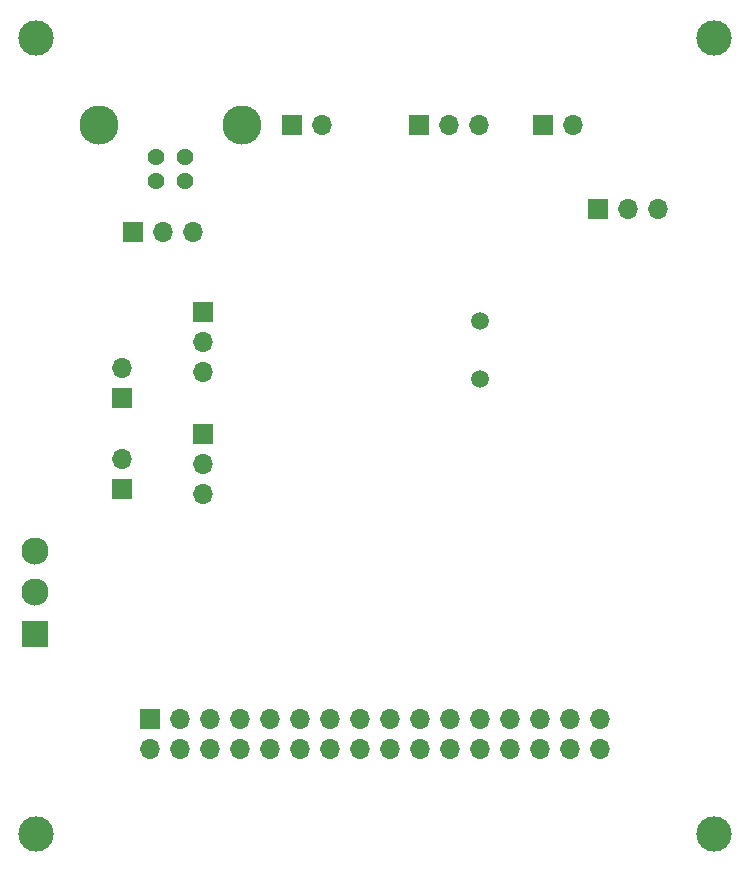
<source format=gbr>
%TF.GenerationSoftware,KiCad,Pcbnew,8.0.5*%
%TF.CreationDate,2024-10-20T03:08:34+02:00*%
%TF.ProjectId,Kingfisher,4b696e67-6669-4736-9865-722e6b696361,rev?*%
%TF.SameCoordinates,Original*%
%TF.FileFunction,Soldermask,Bot*%
%TF.FilePolarity,Negative*%
%FSLAX46Y46*%
G04 Gerber Fmt 4.6, Leading zero omitted, Abs format (unit mm)*
G04 Created by KiCad (PCBNEW 8.0.5) date 2024-10-20 03:08:34*
%MOMM*%
%LPD*%
G01*
G04 APERTURE LIST*
%ADD10C,3.000000*%
%ADD11R,1.700000X1.700000*%
%ADD12O,1.700000X1.700000*%
%ADD13C,1.500000*%
%ADD14C,3.316000*%
%ADD15C,1.428000*%
%ADD16R,2.300000X2.300000*%
%ADD17C,2.300000*%
G04 APERTURE END LIST*
D10*
%TO.C,H4*%
X178700000Y-66300000D03*
%TD*%
D11*
%TO.C,J3*%
X164250000Y-73625000D03*
D12*
X166790000Y-73625000D03*
%TD*%
D11*
%TO.C,J12*%
X128625000Y-104460000D03*
D12*
X128625000Y-101920000D03*
%TD*%
D10*
%TO.C,H1*%
X121300000Y-66300000D03*
%TD*%
D11*
%TO.C,J1*%
X142975000Y-73625000D03*
D12*
X145515000Y-73625000D03*
%TD*%
D11*
%TO.C,J11*%
X130950000Y-123950000D03*
D12*
X130950000Y-126490000D03*
X133490000Y-123950000D03*
X133490000Y-126490000D03*
X136030000Y-123950000D03*
X136030000Y-126490000D03*
X138570000Y-123950000D03*
X138570000Y-126490000D03*
X141110000Y-123950000D03*
X141110000Y-126490000D03*
X143650000Y-123950000D03*
X143650000Y-126490000D03*
X146190000Y-123950000D03*
X146190000Y-126490000D03*
X148730000Y-123950000D03*
X148730000Y-126490000D03*
X151270000Y-123950000D03*
X151270000Y-126490000D03*
X153810000Y-123950000D03*
X153810000Y-126490000D03*
X156350000Y-123950000D03*
X156350000Y-126490000D03*
X158890000Y-123950000D03*
X158890000Y-126490000D03*
X161430000Y-123950000D03*
X161430000Y-126490000D03*
X163970000Y-123950000D03*
X163970000Y-126490000D03*
X166510000Y-123950000D03*
X166510000Y-126490000D03*
X169050000Y-123950000D03*
X169050000Y-126490000D03*
%TD*%
D11*
%TO.C,J4*%
X168960000Y-80750000D03*
D12*
X171500000Y-80750000D03*
X174040000Y-80750000D03*
%TD*%
D13*
%TO.C,e1*%
X158900000Y-90250000D03*
X158900000Y-95130000D03*
%TD*%
D11*
%TO.C,J2*%
X129560000Y-82700000D03*
D12*
X132100000Y-82700000D03*
X134640000Y-82700000D03*
%TD*%
D11*
%TO.C,J13*%
X135500000Y-99750000D03*
D12*
X135500000Y-102290000D03*
X135500000Y-104830000D03*
%TD*%
D14*
%TO.C,J6*%
X138740000Y-73625000D03*
X126700000Y-73625000D03*
D15*
X131470000Y-78335000D03*
X133970000Y-78335000D03*
X133970000Y-76335000D03*
X131470000Y-76335000D03*
%TD*%
D11*
%TO.C,J5*%
X153725000Y-73625000D03*
D12*
X156265000Y-73625000D03*
X158805000Y-73625000D03*
%TD*%
D10*
%TO.C,H3*%
X178700000Y-133700000D03*
%TD*%
D11*
%TO.C,J8*%
X128625000Y-96710000D03*
D12*
X128625000Y-94170000D03*
%TD*%
D16*
%TO.C,J9*%
X121250000Y-116710000D03*
D17*
X121250000Y-113210000D03*
X121250000Y-109710000D03*
%TD*%
D10*
%TO.C,H2*%
X121300000Y-133700000D03*
%TD*%
D11*
%TO.C,J10*%
X135500000Y-89460000D03*
D12*
X135500000Y-92000000D03*
X135500000Y-94540000D03*
%TD*%
M02*

</source>
